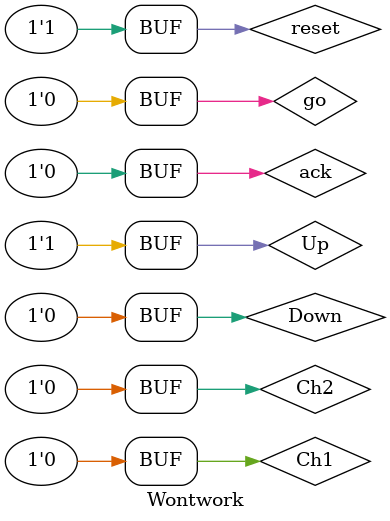
<source format=v>
`timescale 1ns / 1ps


module Wontwork;

	// Inputs
	reg ack;
	reg reset;
	reg Ch1;
	reg Ch2;
	reg Up;
	reg go;
	reg Down;

	// Outputs
	wire Bit0_Out;
	wire Bit1_Out;
	wire comp;
	wire dt;

	// Instantiate the Unit Under Test (UUT)
	Sender uut (
		.ack(ack), 
		.reset(reset), 
		.Ch1(Ch1), 
		.Ch2(Ch2), 
		.Up(Up), 
		.go(go), 
		.Down(Down), 
		.Bit0_Out(Bit0_Out), 
		.Bit1_Out(Bit1_Out), 
		.comp(comp), 
		.dt(dt)
	);

	initial begin
		// Initialize Inputs
		ack = 0;
		reset = 0;
		Ch1 = 0;
		Ch2 = 0;
		Up = 0;
		go = 0;
		Down = 0;

		// Wait 100 ns for global reset to finish
		#100;
       reset = 1;
		 Ch1 =1;
		  Up = 1;
		 #100;
		 go = 1;
		 #100;
		 go = 0;
		 ack = 1;
		 #100;
		 ack = 0;
		 #100;
		 ack =1;
		 #100;
		 ack = 0;
		 #100;
		 ack = 1;
		 #100;
		 ack=0;
		 #100;
		 ack = 1;
		 #100;
		 //Ch1 = 1;
		 ack = 0;
		 #100;
		 ack =1;
		
		 #100;
		 ack = 0;
		 #100;
		 ack = 1;
		 #100;
		 ack=0;
		 #100;
		 go = 0;
		
		 Ch1 = 0;
		 
		 ack = 1;
		 #100;
		 ack=0;
		 #100;
		 ack = 1;
		 #100;
		 ack = 0;
		 #100;
		 ack =1;
		 #100;
		 ack = 0;
		 #100;
		 ack = 1;
		 #100;
		 ack=0;
		 #100;
		 ack = 1;
		 #100;
		 ack = 0;
		 #100;
		 ack =1;
		 #100;
		 ack = 0;
		 #100;
		 ack = 1;
		 #100;
		 ack=0;
		 
		// Add stimulus here

	end
      
endmodule


</source>
